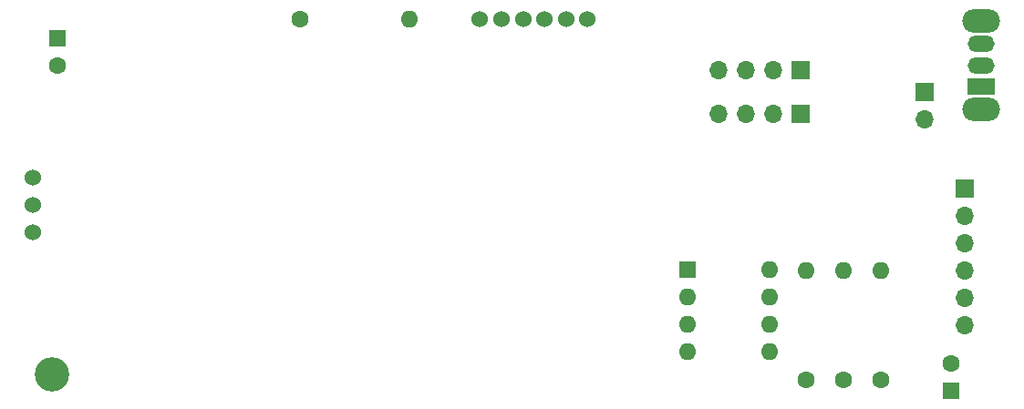
<source format=gbr>
%TF.GenerationSoftware,KiCad,Pcbnew,(5.1.9-0-10_14)*%
%TF.CreationDate,2021-08-25T11:23:16+08:00*%
%TF.ProjectId,v1,76312e6b-6963-4616-945f-706362585858,rev?*%
%TF.SameCoordinates,Original*%
%TF.FileFunction,Soldermask,Bot*%
%TF.FilePolarity,Negative*%
%FSLAX46Y46*%
G04 Gerber Fmt 4.6, Leading zero omitted, Abs format (unit mm)*
G04 Created by KiCad (PCBNEW (5.1.9-0-10_14)) date 2021-08-25 11:23:16*
%MOMM*%
%LPD*%
G01*
G04 APERTURE LIST*
%ADD10C,3.200000*%
%ADD11O,1.700000X1.700000*%
%ADD12R,1.700000X1.700000*%
%ADD13C,1.524000*%
%ADD14O,1.600000X1.600000*%
%ADD15R,1.600000X1.600000*%
%ADD16O,3.500000X2.200000*%
%ADD17O,2.500000X1.500000*%
%ADD18R,2.500000X1.500000*%
%ADD19C,1.600000*%
G04 APERTURE END LIST*
D10*
%TO.C,H1*%
X107750000Y-108250000D03*
%TD*%
D11*
%TO.C,J3*%
X169630000Y-80000000D03*
X172170000Y-80000000D03*
X174710000Y-80000000D03*
D12*
X177250000Y-80000000D03*
%TD*%
D13*
%TO.C,M1*%
X105960000Y-89920000D03*
X105960000Y-92460000D03*
X105960000Y-95000000D03*
%TD*%
D14*
%TO.C,U4*%
X174370000Y-98500000D03*
X166750000Y-106120000D03*
X174370000Y-101040000D03*
X166750000Y-103580000D03*
X174370000Y-103580000D03*
X166750000Y-101040000D03*
X174370000Y-106120000D03*
D15*
X166750000Y-98500000D03*
%TD*%
D16*
%TO.C,SW1*%
X194000000Y-75400000D03*
X194000000Y-83600000D03*
D17*
X194000000Y-77500000D03*
X194000000Y-79500000D03*
D18*
X194000000Y-81500000D03*
%TD*%
D14*
%TO.C,R3*%
X177750000Y-98590000D03*
D19*
X177750000Y-108750000D03*
%TD*%
D14*
%TO.C,R2*%
X184750000Y-98590000D03*
D19*
X184750000Y-108750000D03*
%TD*%
D14*
%TO.C,R1*%
X181250000Y-98590000D03*
D19*
X181250000Y-108750000D03*
%TD*%
D11*
%TO.C,J4*%
X169630000Y-84000000D03*
X172170000Y-84000000D03*
X174710000Y-84000000D03*
D12*
X177250000Y-84000000D03*
%TD*%
D13*
%TO.C,M2*%
X147500000Y-75250000D03*
X149500000Y-75250000D03*
X151500000Y-75250000D03*
X153500000Y-75250000D03*
X155500000Y-75250000D03*
X157500000Y-75250000D03*
%TD*%
D14*
%TO.C,R4*%
X140910000Y-75250000D03*
D19*
X130750000Y-75250000D03*
%TD*%
D11*
%TO.C,J2*%
X192500000Y-103700000D03*
X192500000Y-101160000D03*
X192500000Y-98620000D03*
X192500000Y-96080000D03*
X192500000Y-93540000D03*
D12*
X192500000Y-91000000D03*
%TD*%
D11*
%TO.C,J1*%
X188750000Y-84540000D03*
D12*
X188750000Y-82000000D03*
%TD*%
D19*
%TO.C,C2*%
X108250000Y-79500000D03*
D15*
X108250000Y-77000000D03*
%TD*%
D19*
%TO.C,C1*%
X191250000Y-107250000D03*
D15*
X191250000Y-109750000D03*
%TD*%
M02*

</source>
